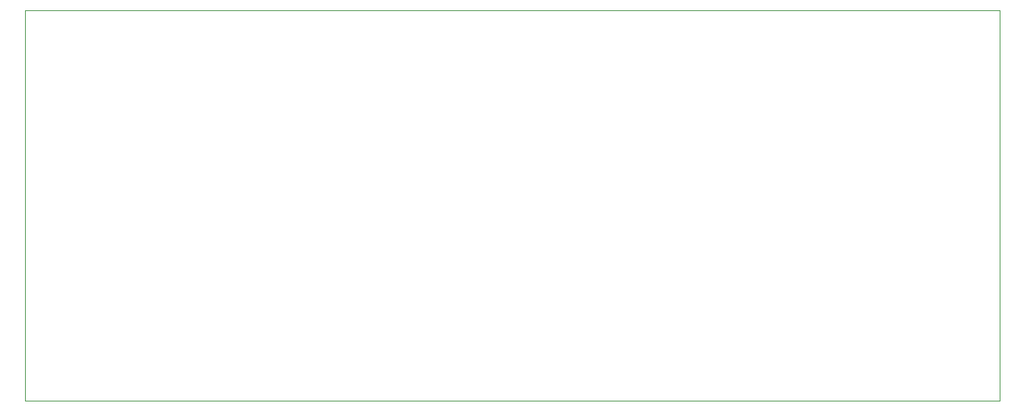
<source format=gbr>
%TF.GenerationSoftware,KiCad,Pcbnew,8.0.4*%
%TF.CreationDate,2024-08-13T19:21:43+02:00*%
%TF.ProjectId,pc1715-esp32vga,70633137-3135-42d6-9573-703332766761,2*%
%TF.SameCoordinates,Original*%
%TF.FileFunction,Profile,NP*%
%FSLAX46Y46*%
G04 Gerber Fmt 4.6, Leading zero omitted, Abs format (unit mm)*
G04 Created by KiCad (PCBNEW 8.0.4) date 2024-08-13 19:21:43*
%MOMM*%
%LPD*%
G01*
G04 APERTURE LIST*
%TA.AperFunction,Profile*%
%ADD10C,0.100000*%
%TD*%
G04 APERTURE END LIST*
D10*
X60000000Y-100000000D02*
X172000000Y-100000000D01*
X172000000Y-145000000D01*
X60000000Y-145000000D01*
X60000000Y-100000000D01*
M02*

</source>
